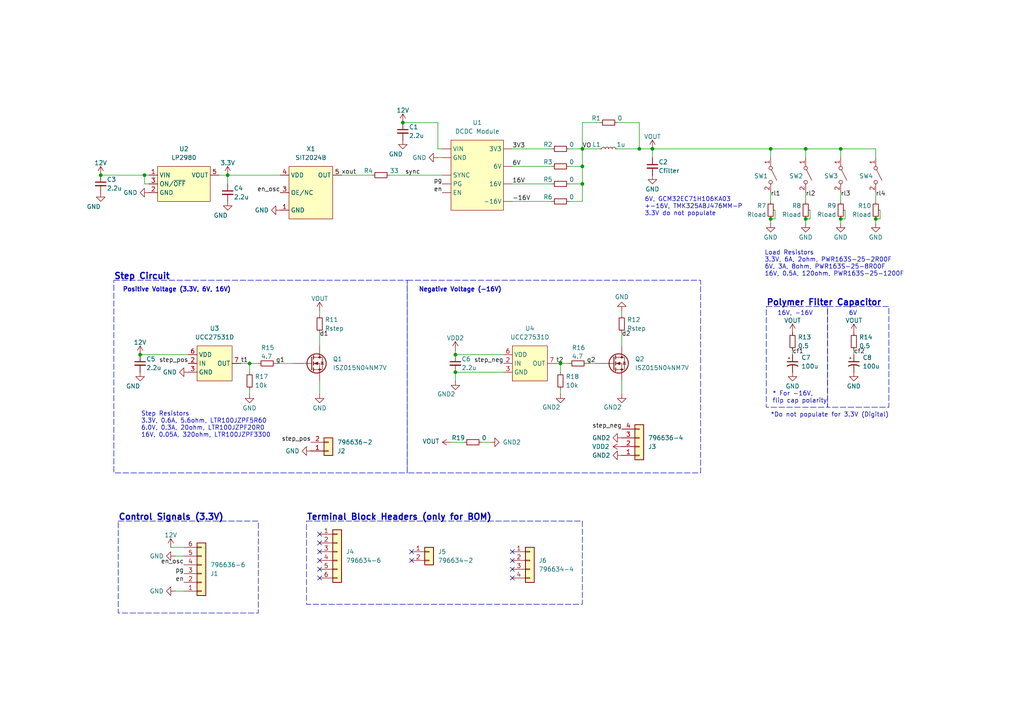
<source format=kicad_sch>
(kicad_sch (version 20250114) (generator "eeschema") (generator_version "9.0")
  (paper "A4")
  (lib_symbols
    (symbol "Connector_Generic:Conn_01x02" (pin_names (offset 1.016) (hide yes))
      (property "Reference" "J" (at 0 2.54 0))
      (property "Value" "Conn_01x02" (at 0 -5.08 0))
      (symbol "Conn_01x02_1_1"
        (rectangle (start -1.27 1.27) (end 1.27 -3.81) (stroke (width 0.254)) (fill (type background)))
        (rectangle (start -1.27 0.127) (end 0 -0.127) (stroke (width 0.1524)))
        (rectangle (start -1.27 -2.413) (end 0 -2.667) (stroke (width 0.1524)))
        (pin passive line (at -5.08 0 0) (length 3.81) (name "Pin_1") (number "1"))
        (pin passive line (at -5.08 -2.54 0) (length 3.81) (name "Pin_2") (number "2"))
      )
    )
    (symbol "Connector_Generic:Conn_01x04" (pin_names (offset 1.016) (hide yes))
      (property "Reference" "J" (at 0 5.08 0))
      (property "Value" "Conn_01x04" (at 0 -7.62 0))
      (symbol "Conn_01x04_1_1"
        (rectangle (start -1.27 3.81) (end 1.27 -6.35) (stroke (width 0.254)) (fill (type background)))
        (rectangle (start -1.27 2.667) (end 0 2.413) (stroke (width 0.1524)))
        (rectangle (start -1.27 0.127) (end 0 -0.127) (stroke (width 0.1524)))
        (rectangle (start -1.27 -2.413) (end 0 -2.667) (stroke (width 0.1524)))
        (rectangle (start -1.27 -4.953) (end 0 -5.207) (stroke (width 0.1524)))
        (pin passive line (at -5.08 2.54 0) (length 3.81) (name "Pin_1") (number "1"))
        (pin passive line (at -5.08 0 0) (length 3.81) (name "Pin_2") (number "2"))
        (pin passive line (at -5.08 -2.54 0) (length 3.81) (name "Pin_3") (number "3"))
        (pin passive line (at -5.08 -5.08 0) (length 3.81) (name "Pin_4") (number "4"))
      )
    )
    (symbol "Connector_Generic:Conn_01x06" (pin_names (offset 1.016) (hide yes))
      (property "Reference" "J" (at 0 7.62 0))
      (property "Value" "Conn_01x06" (at 0 -10.16 0))
      (symbol "Conn_01x06_1_1"
        (rectangle (start -1.27 6.35) (end 1.27 -8.89) (stroke (width 0.254)) (fill (type background)))
        (rectangle (start -1.27 5.207) (end 0 4.953) (stroke (width 0.1524)))
        (rectangle (start -1.27 2.667) (end 0 2.413) (stroke (width 0.1524)))
        (rectangle (start -1.27 0.127) (end 0 -0.127) (stroke (width 0.1524)))
        (rectangle (start -1.27 -2.413) (end 0 -2.667) (stroke (width 0.1524)))
        (rectangle (start -1.27 -4.953) (end 0 -5.207) (stroke (width 0.1524)))
        (rectangle (start -1.27 -7.493) (end 0 -7.747) (stroke (width 0.1524)))
        (pin passive line (at -5.08 5.08 0) (length 3.81) (name "Pin_1") (number "1"))
        (pin passive line (at -5.08 2.54 0) (length 3.81) (name "Pin_2") (number "2"))
        (pin passive line (at -5.08 0 0) (length 3.81) (name "Pin_3") (number "3"))
        (pin passive line (at -5.08 -2.54 0) (length 3.81) (name "Pin_4") (number "4"))
        (pin passive line (at -5.08 -5.08 0) (length 3.81) (name "Pin_5") (number "5"))
        (pin passive line (at -5.08 -7.62 0) (length 3.81) (name "Pin_6") (number "6"))
      )
    )
    (symbol "Device:C_Polarized_Small_US" (pin_numbers (hide yes)) (pin_names (offset 0.254) (hide yes))
      (property "Reference" "C" (at 0.254 1.778 0))
      (property "Value" "C_Polarized_Small_US" (at 0.254 -2.032 0))
      (symbol "C_Polarized_Small_US_0_1"
        (polyline (pts (xy -1.524 0.508) (xy 1.524 0.508)) (stroke (width 0.3048)))
        (polyline (pts (xy -1.27 1.524) (xy -0.762 1.524)))
        (polyline (pts (xy -1.016 1.27) (xy -1.016 1.778)))
        (arc (start -1.524 -0.762) (mid 0 -0.3734) (end 1.524 -0.762) (stroke (width 0.3048)))
      )
      (symbol "C_Polarized_Small_US_1_1"
        (pin passive line (at 0 2.54 270) (length 2.032) (name "~") (number "1"))
        (pin passive line (at 0 -2.54 90) (length 2.032) (name "~") (number "2"))
      )
    )
    (symbol "Device:C_Small" (pin_numbers (hide yes)) (pin_names (offset 0.254) (hide yes))
      (property "Reference" "C" (at 0.254 1.778 0))
      (property "Value" "C_Small" (at 0.254 -2.032 0))
      (symbol "C_Small_0_1"
        (polyline (pts (xy -1.524 0.508) (xy 1.524 0.508)) (stroke (width 0.3048)))
        (polyline (pts (xy -1.524 -0.508) (xy 1.524 -0.508)) (stroke (width 0.3302)))
      )
      (symbol "C_Small_1_1"
        (pin passive line (at 0 2.54 270) (length 2.032) (name "~") (number "1"))
        (pin passive line (at 0 -2.54 90) (length 2.032) (name "~") (number "2"))
      )
    )
    (symbol "Device:L_Small" (pin_numbers (hide yes)) (pin_names (offset 0.254) (hide yes))
      (property "Reference" "L" (at 0.762 1.016 0))
      (property "Value" "L_Small" (at 0.762 -1.016 0))
      (symbol "L_Small_0_1"
        (arc (start 0 2.032) (mid 0.5058 1.524) (end 0 1.016))
        (arc (start 0 1.016) (mid 0.5058 0.508) (end 0 0))
        (arc (start 0 0) (mid 0.5058 -0.508) (end 0 -1.016))
        (arc (start 0 -1.016) (mid 0.5058 -1.524) (end 0 -2.032))
      )
      (symbol "L_Small_1_1"
        (pin passive line (at 0 2.54 270) (length 0.508) (name "~") (number "1"))
        (pin passive line (at 0 -2.54 90) (length 0.508) (name "~") (number "2"))
      )
    )
    (symbol "Device:Q_NMOS" (pin_numbers (hide yes)) (pin_names (offset 0) (hide yes))
      (property "Reference" "Q" (at 5.08 1.27 0))
      (property "Value" "Q_NMOS" (at 5.08 -1.27 0))
      (symbol "Q_NMOS_0_1"
        (polyline (pts (xy 0.254 1.905) (xy 0.254 -1.905)) (stroke (width 0.254)))
        (polyline (pts (xy 0.254 0) (xy -2.54 0)))
        (polyline (pts (xy 0.762 2.286) (xy 0.762 1.27)) (stroke (width 0.254)))
        (polyline (pts (xy 0.762 0.508) (xy 0.762 -0.508)) (stroke (width 0.254)))
        (polyline (pts (xy 0.762 -1.27) (xy 0.762 -2.286)) (stroke (width 0.254)))
        (polyline (pts (xy 0.762 -1.778) (xy 3.302 -1.778) (xy 3.302 1.778) (xy 0.762 1.778)))
        (polyline (pts (xy 1.016 0) (xy 2.032 0.381) (xy 2.032 -0.381) (xy 1.016 0)) (fill (type outline)))
        (circle (center 1.651 0) (radius 2.794) (stroke (width 0.254)))
        (polyline (pts (xy 2.54 2.54) (xy 2.54 1.778)))
        (circle (center 2.54 1.778) (radius 0.254) (fill (type outline)))
        (circle (center 2.54 -1.778) (radius 0.254) (fill (type outline)))
        (polyline (pts (xy 2.54 -2.54) (xy 2.54 0) (xy 0.762 0)))
        (polyline (pts (xy 2.921 0.381) (xy 3.683 0.381)))
        (polyline (pts (xy 3.302 0.381) (xy 2.921 -0.254) (xy 3.683 -0.254) (xy 3.302 0.381)))
      )
      (symbol "Q_NMOS_1_1"
        (pin input line (at -5.08 0 0) (length 2.54) (name "G") (number "G"))
        (pin passive line (at 2.54 5.08 270) (length 2.54) (name "D") (number "D"))
        (pin passive line (at 2.54 -5.08 90) (length 2.54) (name "S") (number "S"))
      )
    )
    (symbol "Device:R_Small" (pin_numbers (hide yes)) (pin_names (offset 0.254) (hide yes))
      (property "Reference" "R" (at 0 0 90))
      (property "Value" "R_Small" (at 1.778 0 90))
      (symbol "R_Small_0_1"
        (rectangle (start -0.762 1.778) (end 0.762 -1.778) (stroke (width 0.2032)))
      )
      (symbol "R_Small_1_1"
        (pin passive line (at 0 2.54 270) (length 0.762) (name "~") (number "1"))
        (pin passive line (at 0 -2.54 90) (length 0.762) (name "~") (number "2"))
      )
    )
    (symbol "Switch:SW_SPST" (pin_names (offset 0) (hide yes))
      (property "Reference" "SW" (at 0 3.175 0))
      (property "Value" "SW_SPST" (at 0 -2.54 0))
      (symbol "SW_SPST_0_0"
        (circle (center -2.032 0) (radius 0.508))
        (polyline (pts (xy -1.524 0.254) (xy 1.524 1.778)))
        (circle (center 2.032 0) (radius 0.508))
      )
      (symbol "SW_SPST_1_1"
        (pin passive line (at -5.08 0 0) (length 2.54) (name "A") (number "1"))
        (pin passive line (at 5.08 0 180) (length 2.54) (name "B") (number "2"))
      )
    )
    (symbol "lib:DCDC_module" (pin_numbers (hide yes))
      (property "Reference" "U?" (at -0.762 -11.938 0))
      (symbol "DCDC_module_1_1"
        (rectangle (start -7.62 10.16) (end 7.62 -10.16) (fill (type background)))
        (pin power_in line (at -10.16 7.62 0) (length 2.54) (name "VIN") (number "vin"))
        (pin power_in line (at -10.16 5.08 0) (length 2.54) (name "GND") (number "gnd"))
        (pin input line (at -10.16 0 0) (length 2.54) (name "SYNC") (number "sync"))
        (pin open_collector line (at -10.16 -2.54 0) (length 2.54) (name "PG") (number "pg"))
        (pin output line (at -10.16 -5.08 0) (length 2.54) (name "EN") (number "en"))
        (pin power_out line (at 10.16 7.62 180) (length 2.54) (name "3V3") (number "3v3"))
        (pin power_out line (at 10.16 2.54 180) (length 2.54) (name "6V") (number "6v"))
        (pin power_out line (at 10.16 -2.54 180) (length 2.54) (name "16V") (number "16v"))
        (pin power_out line (at 10.16 -7.62 180) (length 2.54) (name "-16V") (number "-16v"))
      )
    )
    (symbol "lib:LP2980"
      (property "Reference" "U" (at 0 10.16 0))
      (property "Value" "LP2980" (at 0 7.62 0))
      (symbol "LP2980_1_1"
        (rectangle (start -7.62 5.08) (end 7.62 -5.08) (fill (type background)))
        (pin power_in line (at -10.16 2.54 0) (length 2.54) (name "VIN") (number "1"))
        (pin input line (at -10.16 0 0) (length 2.54) (name "ON/~{OFF}") (number "3"))
        (pin power_in line (at -10.16 -2.54 0) (length 2.54) (name "GND") (number "2"))
        (pin no_connect line (at -8.89 16.51 180) (length 2.54) (hide yes) (name "ADJ") (number "4"))
        (pin power_out line (at 10.16 2.54 180) (length 2.54) (name "VOUT") (number "5"))
      )
    )
    (symbol "lib:PWR163" (pin_numbers (hide yes))
      (property "Reference" "R" (at -2.286 -0.254 0))
      (symbol "PWR163_0_1"
        (rectangle (start -0.762 1.778) (end 0.762 -1.778) (stroke (width 0.2032)))
      )
      (symbol "PWR163_1_1"
        (pin passive line (at 0 2.54 270) (length 0.762) (name "~") (number "1"))
        (pin passive line (at 0 -2.54 90) (length 0.762) (name "~") (number "2"))
        (pin passive line (at 1.27 0 180) (length 0.508) (name "~") (number "3"))
      )
    )
    (symbol "lib:SiT2024B"
      (property "Reference" "X" (at -0.254 -9.144 0))
      (symbol "SiT2024B_1_1"
        (rectangle (start -6.35 7.62) (end 6.35 -7.62) (fill (type background)))
        (pin power_in line (at -8.89 5.08 0) (length 2.54) (name "VDD") (number "4"))
        (pin input line (at -8.89 0 0) (length 2.54) (name "OE/NC") (number "3"))
        (pin power_in line (at -8.89 -5.08 0) (length 2.54) (name "GND") (number "1"))
        (pin no_connect line (at -2.54 7.62 0) (length 2.54) (hide yes) (name "NC") (number "2"))
        (pin output line (at 8.89 5.08 180) (length 2.54) (name "OUT") (number "5"))
      )
    )
    (symbol "lib:UCC27531D"
      (property "Reference" "U?" (at -1.016 -6.604 0))
      (property "Value" "UCC27531D" (at -0.254 -9.398 0))
      (symbol "UCC27531D_1_1"
        (rectangle (start -5.08 5.08) (end 5.08 -5.08) (fill (type background)))
        (pin power_in line (at -7.62 2.54 0) (length 2.54) (name "VDD") (number "6"))
        (pin input line (at -7.62 0 0) (length 2.54) (name "IN") (number "2"))
        (pin power_in line (at -7.62 -2.54 0) (length 2.54) (name "GND") (number "3"))
        (pin no_connect line (at 6.35 19.05 180) (length 2.54) (hide yes) (name "NC") (number "1"))
        (pin no_connect line (at 6.35 16.51 180) (length 2.54) (hide yes) (name "NC") (number "4"))
        (pin no_connect line (at 6.35 13.97 180) (length 2.54) (hide yes) (name "NC") (number "5"))
        (pin no_connect line (at 6.35 11.43 180) (length 2.54) (hide yes) (name "NC") (number "8"))
        (pin output line (at 7.62 0 180) (length 2.54) (name "OUT") (number "7"))
      )
    )
    (symbol "power:+12V" (power) (pin_numbers (hide yes)) (pin_names (offset 0) (hide yes))
      (property "Value" "+12V" (at 0 3.556 0))
      (symbol "+12V_0_1"
        (polyline (pts (xy -0.762 1.27) (xy 0 2.54)))
        (polyline (pts (xy 0 2.54) (xy 0.762 1.27)))
        (polyline (pts (xy 0 0) (xy 0 2.54)))
      )
      (symbol "+12V_1_1"
        (pin power_in line (at 0 0 90) (length 0) (name "~") (number "1"))
      )
    )
    (symbol "power:GND" (power) (pin_numbers (hide yes)) (pin_names (offset 0) (hide yes))
      (property "Value" "GND" (at 0 -3.81 0))
      (symbol "GND_0_1"
        (polyline (pts (xy 0 0) (xy 0 -1.27) (xy 1.27 -1.27) (xy 0 -2.54) (xy -1.27 -1.27) (xy 0 -1.27)))
      )
      (symbol "GND_1_1"
        (pin power_in line (at 0 0 270) (length 0) (name "~") (number "1"))
      )
    )
  )
  (rectangle (start 88.9 151.13) (end 168.91 175.26) (stroke (width 0) (type dash)))
  (rectangle (start 240.03 88.9) (end 257.81 118.11) (stroke (width 0) (type dash)))
  (rectangle (start 118.11 81.28) (end 203.2 137.16) (stroke (width 0) (type dash)))
  (rectangle (start 33.02 81.28) (end 118.11 137.16) (stroke (width 0) (type dash)))
  (rectangle (start 34.29 151.13) (end 74.93 177.8) (stroke (width 0) (type dash)))
  (rectangle (start 222.25 88.9) (end 240.03 118.11) (stroke (width 0) (type dash)))
  (text "Load Resistors\n3.3V, 6A, 2ohm, PWR163S-25-2R00F\n6V, 3A, 8ohm, PWR163S-25-8R00F\n16V, 0.5A, 120ohm, PWR163S-25-1200F" (at 221.742 76.454 0) (effects (font (size 1.27 1.27)) (justify left)))
  (text "*Do not populate for 3.3V (Digital)" (at 223.52 120.396 0) (effects (font (size 1.27 1.27)) (justify left)))
  (text "* For -16V,\nflip cap polarity" (at 224.028 115.316 0) (effects (font (size 1.27 1.27)) (justify left)))
  (text "Control Signals (3.3V)" (at 34.29 151.13 0) (effects (font (size 1.778 1.778) (thickness 0.3556) (bold yes)) (justify left bottom)))
  (text "Positive Voltage (3.3V, 6V, 16V)" (at 35.56 84.074 0) (effects (font (size 1.27 1.27) (thickness 0.254) (bold yes)) (justify left)))
  (text "Negative Voltage (-16V)" (at 121.412 84.074 0) (effects (font (size 1.27 1.27) (thickness 0.254) (bold yes)) (justify left)))
  (text "Polymer Filter Capacitor" (at 222.25 88.9 0) (effects (font (size 1.778 1.778) (thickness 0.3556) (bold yes)) (justify left bottom)))
  (text "Terminal Block Headers (only for BOM)" (at 88.9 151.13 0) (effects (font (size 1.778 1.778) (thickness 0.3556) (bold yes)) (justify left bottom)))
  (text "6V" (at 247.396 90.932 0) (effects (font (size 1.27 1.27))))
  (text "Step Circuit" (at 33.02 81.28 0) (effects (font (size 1.778 1.778) (thickness 0.3556) (bold yes)) (justify left bottom)))
  (text "Step Resistors\n3.3V, 0.6A, 5.6ohm, LTR100JZPF5R60\n6.0V, 0.3A, 20ohm, LTR100JZPF20R0\n16V, 0.05A, 320ohm, LTR100JZPF3300" (at 40.894 123.19 0) (effects (font (size 1.27 1.27)) (justify left)))
  (text "16V, -16V" (at 230.632 90.932 0) (effects (font (size 1.27 1.27))))
  (text "6V, GCM32EC71H106KA03\n+-16V, TMK325ABJ476MM-P\n3.3V do not populate" (at 186.944 59.944 0) (effects (font (size 1.27 1.27)) (justify left)))
  (junction (at 162.56 105.41))
  (junction (at 168.91 53.34))
  (junction (at 132.08 102.87))
  (junction (at 66.04 50.8))
  (junction (at 223.52 63.5))
  (junction (at 243.84 43.18))
  (junction (at 254 63.5))
  (junction (at 116.84 35.56))
  (junction (at 189.23 43.18))
  (junction (at 41.91 50.8))
  (junction (at 233.68 63.5))
  (junction (at 29.21 50.8))
  (junction (at 72.39 105.41))
  (junction (at 168.91 43.18))
  (junction (at 233.68 43.18))
  (junction (at 223.52 43.18))
  (junction (at 132.08 107.95))
  (junction (at 185.42 43.18))
  (junction (at 243.84 63.5))
  (junction (at 40.64 102.87))
  (junction (at 168.91 48.26))
  (no_connect (at 148.59 165.1))
  (no_connect (at 148.59 167.64))
  (no_connect (at 92.71 167.64))
  (no_connect (at 92.71 160.02))
  (no_connect (at 119.38 162.56))
  (no_connect (at 92.71 162.56))
  (no_connect (at 92.71 157.48))
  (no_connect (at 119.38 160.02))
  (no_connect (at 92.71 154.94))
  (no_connect (at 148.59 160.02))
  (no_connect (at 148.59 162.56))
  (no_connect (at 92.71 165.1))
  (wire (pts (xy 72.39 105.41) (xy 69.85 105.41)))
  (wire (pts (xy 132.08 101.6) (xy 132.08 102.87)))
  (wire (pts (xy 85.09 105.41) (xy 80.01 105.41)))
  (wire (pts (xy 92.71 96.52) (xy 92.71 100.33)))
  (wire (pts (xy 165.1 48.26) (xy 168.91 48.26)))
  (wire (pts (xy 148.59 58.42) (xy 160.02 58.42)))
  (wire (pts (xy 254 64.77) (xy 254 63.5)))
  (wire (pts (xy 148.59 43.18) (xy 160.02 43.18)))
  (wire (pts (xy 132.08 107.95) (xy 146.05 107.95)))
  (wire (pts (xy 185.42 43.18) (xy 189.23 43.18)))
  (wire (pts (xy 254 55.88) (xy 254 58.42)))
  (wire (pts (xy 223.52 43.18) (xy 223.52 45.72)))
  (wire (pts (xy 243.84 43.18) (xy 233.68 43.18)))
  (wire (pts (xy 254 45.72) (xy 254 43.18)))
  (wire (pts (xy 40.64 102.87) (xy 54.61 102.87)))
  (wire (pts (xy 99.06 50.8) (xy 107.95 50.8)))
  (wire (pts (xy 254 63.5) (xy 255.27 63.5)))
  (wire (pts (xy 43.18 53.34) (xy 41.91 53.34)))
  (wire (pts (xy 255.27 60.96) (xy 255.27 63.5)))
  (wire (pts (xy 29.21 50.8) (xy 41.91 50.8)))
  (wire (pts (xy 234.95 60.96) (xy 234.95 63.5)))
  (wire (pts (xy 168.91 43.18) (xy 173.99 43.18)))
  (wire (pts (xy 185.42 35.56) (xy 185.42 43.18)))
  (wire (pts (xy 179.07 35.56) (xy 185.42 35.56)))
  (wire (pts (xy 148.59 53.34) (xy 160.02 53.34)))
  (wire (pts (xy 189.23 45.72) (xy 189.23 43.18)))
  (wire (pts (xy 130.81 128.27) (xy 134.62 128.27)))
  (wire (pts (xy 142.24 128.27) (xy 139.7 128.27)))
  (wire (pts (xy 132.08 110.49) (xy 132.08 107.95)))
  (wire (pts (xy 50.8 161.29) (xy 53.34 161.29)))
  (wire (pts (xy 66.04 50.8) (xy 66.04 53.34)))
  (wire (pts (xy 180.34 110.49) (xy 180.34 114.3)))
  (wire (pts (xy 233.68 43.18) (xy 223.52 43.18)))
  (wire (pts (xy 162.56 107.95) (xy 162.56 105.41)))
  (wire (pts (xy 127 45.72) (xy 128.27 45.72)))
  (wire (pts (xy 254 43.18) (xy 243.84 43.18)))
  (wire (pts (xy 179.07 43.18) (xy 185.42 43.18)))
  (wire (pts (xy 233.68 55.88) (xy 233.68 58.42)))
  (wire (pts (xy 224.79 60.96) (xy 224.79 63.5)))
  (wire (pts (xy 72.39 114.3) (xy 72.39 113.03)))
  (wire (pts (xy 92.71 110.49) (xy 92.71 114.3)))
  (wire (pts (xy 229.87 102.87) (xy 229.87 101.6)))
  (wire (pts (xy 161.29 105.41) (xy 162.56 105.41)))
  (wire (pts (xy 223.52 55.88) (xy 223.52 58.42)))
  (wire (pts (xy 50.8 171.45) (xy 53.34 171.45)))
  (wire (pts (xy 233.68 64.77) (xy 233.68 63.5)))
  (wire (pts (xy 180.34 96.52) (xy 180.34 100.33)))
  (wire (pts (xy 247.65 102.87) (xy 247.65 101.6)))
  (wire (pts (xy 168.91 48.26) (xy 168.91 53.34)))
  (wire (pts (xy 223.52 64.77) (xy 223.52 63.5)))
  (wire (pts (xy 165.1 53.34) (xy 168.91 53.34)))
  (wire (pts (xy 165.1 43.18) (xy 168.91 43.18)))
  (wire (pts (xy 66.04 50.8) (xy 81.28 50.8)))
  (wire (pts (xy 72.39 105.41) (xy 74.93 105.41)))
  (wire (pts (xy 72.39 107.95) (xy 72.39 105.41)))
  (wire (pts (xy 223.52 63.5) (xy 224.79 63.5)))
  (wire (pts (xy 113.03 50.8) (xy 128.27 50.8)))
  (wire (pts (xy 173.99 35.56) (xy 168.91 35.56)))
  (wire (pts (xy 168.91 43.18) (xy 168.91 48.26)))
  (wire (pts (xy 63.5 50.8) (xy 66.04 50.8)))
  (wire (pts (xy 148.59 48.26) (xy 160.02 48.26)))
  (wire (pts (xy 170.18 105.41) (xy 172.72 105.41)))
  (wire (pts (xy 127 35.56) (xy 127 43.18)))
  (wire (pts (xy 168.91 58.42) (xy 168.91 53.34)))
  (wire (pts (xy 243.84 64.77) (xy 243.84 63.5)))
  (wire (pts (xy 41.91 53.34) (xy 41.91 50.8)))
  (wire (pts (xy 243.84 55.88) (xy 243.84 58.42)))
  (wire (pts (xy 49.53 158.75) (xy 53.34 158.75)))
  (wire (pts (xy 92.71 90.17) (xy 92.71 91.44)))
  (wire (pts (xy 165.1 105.41) (xy 162.56 105.41)))
  (wire (pts (xy 41.91 50.8) (xy 43.18 50.8)))
  (wire (pts (xy 233.68 63.5) (xy 234.95 63.5)))
  (wire (pts (xy 116.84 35.56) (xy 127 35.56)))
  (wire (pts (xy 245.11 60.96) (xy 245.11 63.5)))
  (wire (pts (xy 162.56 114.3) (xy 162.56 113.03)))
  (wire (pts (xy 132.08 102.87) (xy 146.05 102.87)))
  (wire (pts (xy 189.23 43.18) (xy 223.52 43.18)))
  (wire (pts (xy 165.1 58.42) (xy 168.91 58.42)))
  (wire (pts (xy 127 43.18) (xy 128.27 43.18)))
  (wire (pts (xy 243.84 63.5) (xy 245.11 63.5)))
  (wire (pts (xy 168.91 35.56) (xy 168.91 43.18)))
  (wire (pts (xy 233.68 43.18) (xy 233.68 45.72)))
  (wire (pts (xy 243.84 43.18) (xy 243.84 45.72)))
  (wire (pts (xy 180.34 90.17) (xy 180.34 91.44)))
  (label "pg" (at 53.34 166.37 180))
  (label "-16V" (at 148.59 58.42 0))
  (label "step_pos" (at 54.61 105.41 180))
  (label "3V3" (at 148.59 43.18 0))
  (label "rl3" (at 243.84 57.15 0))
  (label "d1" (at 92.71 97.79 0))
  (label "en" (at 53.34 168.91 180))
  (label "cf1" (at 229.87 102.87 0))
  (label "g1" (at 80.01 105.41 0))
  (label "step_neg" (at 180.34 124.46 180))
  (label "step_pos" (at 90.17 128.27 180))
  (label "en_osc" (at 53.34 163.83 180))
  (label "sync" (at 121.92 50.8 180))
  (label "t1" (at 69.85 105.41 0))
  (label "16V" (at 148.59 53.34 0))
  (label "xout" (at 99.06 50.8 0))
  (label "en_osc" (at 81.28 55.88 180))
  (label "rl2" (at 233.68 57.15 0))
  (label "cf2" (at 247.65 102.87 0))
  (label "t2" (at 161.29 105.41 0))
  (label "rl1" (at 223.52 57.15 0))
  (label "step_neg" (at 146.05 105.41 180))
  (label "d2" (at 180.34 97.79 0))
  (label "rl4" (at 254 57.15 0))
  (label "pg" (at 128.27 53.34 180))
  (label "en" (at 128.27 55.88 180))
  (label "6V" (at 148.59 48.26 0))
  (label "g2" (at 170.18 105.41 0))
  (label "VO" (at 168.91 43.18 0))
  (symbol (lib_id "Device:R_Small") (at 167.64 105.41 90) (unit 1)
    (property "Reference" "R16" (at 165.862 100.838 90) (effects (justify right)))
    (property "Value" "4.7" (at 165.862 103.378 90) (effects (justify right)))
    (property "Footprint" "Resistor_SMD:R_0603_1608Metric" (effects (hide yes)))
    (property "Description" "4.7 Ohms ±1% 0.333W, 1/3W Chip Resistor 0603 (1608 Metric) Automotive AEC-Q200, Pulse Withstanding Thick Film" (effects (hide yes)))
    (property "M" "Vishay" (effects (hide yes)))
    (property "MPN" "CRCW06034R70FKEAHP" (effects (hide yes)))
  )
  (symbol (lib_id "Connector_Generic:Conn_01x04") (at 153.67 162.56 0) (unit 1) (on_board no)
    (property "Reference" "J6" (at 156.21 162.5599 0) (effects (justify left)))
    (property "Value" "796634-4" (at 156.21 165.0999 0) (effects (justify left)))
    (property "Footprint" "lib:CON4_P5MM_VER_TERM-BLK_TYC" (effects (hide yes)))
    (property "Description" "4 Position Terminal Block Header, Male Pins, Shrouded (4 Side) 0.200\" (5.08mm) Vertical Through Hole" (effects (hide yes)))
    (property "M" "TE" (effects (hide yes)))
    (property "MPN" "796634-4" (effects (hide yes)))
  )
  (symbol (lib_id "power:GND") (at 50.8 161.29 270) (unit 1)
    (property "Reference" "#PWR034" (effects (hide yes)))
    (property "Value" "GND" (at 47.498 161.29 90) (effects (justify right)))
    (property "Description" "Power symbol creates a global label with name \"GND\" , ground" (effects (hide yes)))
  )
  (symbol (lib_id "power:GND") (at 40.64 107.95 0) (unit 1)
    (property "Reference" "#PWR022" (effects (hide yes)))
    (property "Value" "GND" (at 40.64 112.014 0) (effects (justify right)))
    (property "Description" "Power symbol creates a global label with name \"GND\" , ground" (effects (hide yes)))
  )
  (symbol (lib_id "Device:R_Small") (at 162.56 110.49 0) (unit 1)
    (property "Reference" "R18" (at 164.084 109.22 0) (effects (justify left)))
    (property "Value" "10k" (at 164.084 111.76 0) (effects (justify left)))
    (property "Footprint" "Resistor_SMD:R_0603_1608Metric" (effects (hide yes)))
    (property "Description" "10 kOhms ±1% 0.333W, 1/3W Chip Resistor 0603 (1608 Metric) Automotive AEC-Q200, Pulse Withstanding Thick Film" (effects (hide yes)))
    (property "M" "Vishay" (effects (hide yes)))
    (property "MPN" "CRCW060310K0FKEAHP" (effects (hide yes)))
  )
  (symbol (lib_id "power:GND") (at 127 45.72 270) (unit 1)
    (property "Reference" "#PWR04" (effects (hide yes)))
    (property "Value" "GND" (at 123.698 45.72 90) (effects (justify right)))
    (property "Description" "Power symbol creates a global label with name \"GND\" , ground" (effects (hide yes)))
  )
  (symbol (lib_id "power:GND") (at 142.24 128.27 90) (unit 1)
    (property "Reference" "#PWR032" (effects (hide yes)))
    (property "Value" "GND2" (at 145.796 128.27 90) (effects (justify right)))
    (property "Description" "Power symbol creates a global label with name \"GND\" , ground" (effects (hide yes)))
  )
  (symbol (lib_id "Device:R_Small") (at 137.16 128.27 90) (unit 1)
    (property "Reference" "R19" (at 134.874 127 90) (effects (justify left)))
    (property "Value" "0" (at 139.7 127 90) (effects (justify right)))
    (property "Footprint" "Resistor_SMD:R_2512_6332Metric" (effects (hide yes)))
    (property "Description" "0 Ohms Jumper Chip Resistor 2512 (6332 Metric) Metal Element" (effects (hide yes)))
    (property "M" "Vishay" (effects (hide yes)))
    (property "MPN" "WSL251200000ZEA9" (effects (hide yes)))
  )
  (symbol (lib_id "power:+12V") (at 29.21 50.8 0) (unit 1)
    (property "Reference" "#PWR05" (effects (hide yes)))
    (property "Value" "12V" (at 29.21 47.244 0))
    (property "Description" "Power symbol creates a global label with name \"+12V\"" (effects (hide yes)))
  )
  (symbol (lib_id "power:GND") (at 43.18 55.88 270) (unit 1)
    (property "Reference" "#PWR09" (effects (hide yes)))
    (property "Value" "GND" (at 39.878 55.88 90) (effects (justify right)))
    (property "Description" "Power symbol creates a global label with name \"GND\" , ground" (effects (hide yes)))
  )
  (symbol (lib_id "Device:L_Small") (at 176.53 43.18 90) (unit 1)
    (property "Reference" "L1" (at 174.244 41.91 90) (effects (justify left)))
    (property "Value" "1u" (at 178.816 41.91 90) (effects (justify right)))
    (property "Footprint" "lib:XGL4020" (effects (hide yes)))
    (property "Description" "1 µH Shielded Molded Inductor 12 A 9mOhm Max 1616 (4040 Metric)" (effects (hide yes)))
    (property "M" "Coilcraft" (effects (hide yes)))
    (property "MPN" "XGL4020-102MEC" (effects (hide yes)))
  )
  (symbol (lib_id "Switch:SW_SPST") (at 243.84 50.8 270) (unit 1)
    (property "Reference" "SW3" (at 239.014 51.054 90) (effects (justify left)))
    (property "Value" "SW_SPST" (effects (hide yes)))
    (property "Footprint" "lib:L101" (effects (hide yes)))
    (property "Description" "Single Pole Single Throw (SPST) switch" (effects (hide yes)))
    (property "M" "C&K" (effects (hide yes)))
    (property "MPN" "L101121MS02Q" (effects (hide yes)))
  )
  (symbol (lib_id "Device:R_Small") (at 77.47 105.41 90) (unit 1)
    (property "Reference" "R15" (at 75.692 100.838 90) (effects (justify right)))
    (property "Value" "4.7" (at 75.692 103.378 90) (effects (justify right)))
    (property "Footprint" "Resistor_SMD:R_0603_1608Metric" (effects (hide yes)))
    (property "Description" "4.7 Ohms ±1% 0.333W, 1/3W Chip Resistor 0603 (1608 Metric) Automotive AEC-Q200, Pulse Withstanding Thick Film" (effects (hide yes)))
    (property "M" "Vishay" (effects (hide yes)))
    (property "MPN" "CRCW06034R70FKEAHP" (effects (hide yes)))
  )
  (symbol (lib_id "power:GND") (at 54.61 107.95 270) (unit 1)
    (property "Reference" "#PWR023" (effects (hide yes)))
    (property "Value" "GND" (at 51.308 107.95 90) (effects (justify right)))
    (property "Description" "Power symbol creates a global label with name \"GND\" , ground" (effects (hide yes)))
  )
  (symbol (lib_id "lib:UCC27531D") (at 153.67 105.41 0) (unit 1)
    (property "Reference" "U4" (at 153.67 95.25 0))
    (property "Value" "UCC27531D" (at 153.67 97.79 0))
    (property "Footprint" "Package_SO:SOIC-8_3.9x4.9mm_P1.27mm" (effects (hide yes)))
    (property "Description" "Low-Side Gate Driver IC Non-Inverting 8-SOIC" (effects (hide yes)))
    (property "M" "Texas" (effects (hide yes)))
    (property "MPN" "UCC27531D" (effects (hide yes)))
  )
  (symbol (lib_id "Device:R_Small") (at 180.34 93.98 0) (unit 1)
    (property "Reference" "R12" (at 181.864 92.71 0) (effects (justify left)))
    (property "Value" "Rstep" (at 181.864 95.25 0) (effects (justify left)))
    (property "Footprint" "Resistor_SMD:R_1225_3264Metric" (effects (hide yes)))
    (property "Description" "LTR100JZ Series" (effects (hide yes)))
    (property "M" "Rohm Semiconductor" (effects (hide yes)))
  )
  (symbol (lib_id "power:GND") (at 132.08 110.49 0) (unit 1)
    (property "Reference" "#PWR026" (effects (hide yes)))
    (property "Value" "GND2" (at 132.08 114.3 0) (effects (justify right)))
    (property "Description" "Power symbol creates a global label with name \"GND\" , ground" (effects (hide yes)))
  )
  (symbol (lib_id "Device:R_Small") (at 162.56 43.18 90) (unit 1)
    (property "Reference" "R2" (at 160.274 41.91 90) (effects (justify left)))
    (property "Value" "0" (at 165.1 41.91 90) (effects (justify right)))
    (property "Footprint" "Resistor_SMD:R_2512_6332Metric" (effects (hide yes)))
    (property "Description" "0 Ohms Jumper Chip Resistor 2512 (6332 Metric) Metal Element" (effects (hide yes)))
    (property "M" "Vishay" (effects (hide yes)))
    (property "MPN" "WSL251200000ZEA9" (effects (hide yes)))
  )
  (symbol (lib_id "power:+12V") (at 116.84 35.56 0) (unit 1)
    (property "Reference" "#PWR01" (effects (hide yes)))
    (property "Value" "12V" (at 116.84 32.004 0))
    (property "Description" "Power symbol creates a global label with name \"+12V\"" (effects (hide yes)))
  )
  (symbol (lib_id "Device:R_Small") (at 92.71 93.98 0) (unit 1)
    (property "Reference" "R11" (at 94.234 92.71 0) (effects (justify left)))
    (property "Value" "Rstep" (at 94.234 95.25 0) (effects (justify left)))
    (property "Footprint" "Resistor_SMD:R_1225_3264Metric" (effects (hide yes)))
    (property "Description" "LTR100JZ Series" (effects (hide yes)))
    (property "M" "Rohm Semiconductor" (effects (hide yes)))
  )
  (symbol (lib_id "power:GND") (at 223.52 64.77 0) (unit 1)
    (property "Reference" "#PWR012" (effects (hide yes)))
    (property "Value" "GND" (at 225.552 68.834 0) (effects (justify right)))
    (property "Description" "Power symbol creates a global label with name \"GND\" , ground" (effects (hide yes)))
  )
  (symbol (lib_id "power:GND") (at 72.39 114.3 0) (unit 1)
    (property "Reference" "#PWR027" (effects (hide yes)))
    (property "Value" "GND" (at 74.422 118.364 0) (effects (justify right)))
    (property "Description" "Power symbol creates a global label with name \"GND\" , ground" (effects (hide yes)))
  )
  (symbol (lib_id "power:GND") (at 180.34 90.17 180) (unit 1)
    (property "Reference" "#PWR017" (effects (hide yes)))
    (property "Value" "GND" (at 178.308 86.106 0) (effects (justify right)))
    (property "Description" "Power symbol creates a global label with name \"GND\" , ground" (effects (hide yes)))
  )
  (symbol (lib_id "Connector_Generic:Conn_01x06") (at 58.42 166.37 0) (mirror x) (unit 1)
    (property "Reference" "J1" (at 60.96 166.3701 0) (effects (justify left)))
    (property "Value" "796636-6" (at 60.96 163.8301 0) (effects (justify left)))
    (property "Footprint" "lib:CON6_P5MM_VER_TERM-BLK_TYC" (effects (hide yes)))
    (property "Description" "6 Position Terminal Block Header, Male Pins, Shrouded (4 Side) 0.200\" (5.08mm) Vertical Through Hole" (effects (hide yes)))
    (property "M" "TE" (effects (hide yes)))
    (property "MPN" "796636-6" (effects (hide yes)))
  )
  (symbol (lib_id "power:GND") (at 81.28 60.96 270) (unit 1)
    (property "Reference" "#PWR011" (effects (hide yes)))
    (property "Value" "GND" (at 77.978 60.96 90) (effects (justify right)))
    (property "Description" "Power symbol creates a global label with name \"GND\" , ground" (effects (hide yes)))
  )
  (symbol (lib_id "Switch:SW_SPST") (at 233.68 50.8 270) (unit 1)
    (property "Reference" "SW2" (at 228.854 51.054 90) (effects (justify left)))
    (property "Value" "SW_SPST" (effects (hide yes)))
    (property "Footprint" "lib:L101" (effects (hide yes)))
    (property "Description" "Single Pole Single Throw (SPST) switch" (effects (hide yes)))
    (property "M" "C&K" (effects (hide yes)))
    (property "MPN" "L101121MS02Q" (effects (hide yes)))
  )
  (symbol (lib_id "Connector_Generic:Conn_01x02") (at 95.25 130.81 0) (mirror x) (unit 1)
    (property "Reference" "J2" (at 97.79 130.8101 0) (effects (justify left)))
    (property "Value" "796636-2" (at 97.79 128.2701 0) (effects (justify left)))
    (property "Footprint" "lib:CON2_P5MM_VER_TERM-BLK_TYC" (effects (hide yes)))
    (property "Description" "2 Position Terminal Block Header, Male Pins, Shrouded (4 Side) 0.200\" (5.08mm) Vertical Through Hole" (effects (hide yes)))
    (property "M" "TE" (effects (hide yes)))
    (property "MPN" "796636-2" (effects (hide yes)))
  )
  (symbol (lib_id "lib:UCC27531D") (at 62.23 105.41 0) (unit 1)
    (property "Reference" "U3" (at 62.23 95.25 0))
    (property "Value" "UCC27531D" (at 62.23 97.79 0))
    (property "Footprint" "Package_SO:SOIC-8_3.9x4.9mm_P1.27mm" (effects (hide yes)))
    (property "Description" "Low-Side Gate Driver IC Non-Inverting 8-SOIC" (effects (hide yes)))
    (property "M" "Texas" (effects (hide yes)))
    (property "MPN" "UCC27531D" (effects (hide yes)))
  )
  (symbol (lib_id "Device:C_Small") (at 189.23 48.26 0) (unit 1)
    (property "Reference" "C2" (at 191.008 46.99 0) (effects (justify left)))
    (property "Value" "Cfilter" (at 191.008 49.53 0) (effects (justify left)))
    (property "Footprint" "Capacitor_SMD:C_1210_3225Metric" (effects (hide yes)))
    (property "Description" "10 uF" (effects (hide yes)))
  )
  (symbol (lib_id "lib:PWR163") (at 223.52 60.96 0) (unit 1)
    (property "Reference" "R7" (at 222.25 59.69 0) (effects (justify right)))
    (property "Value" "Rload" (at 222.25 62.23 0) (effects (justify right)))
    (property "Footprint" "lib:PWR163" (effects (hide yes)))
    (property "M" "Bourns" (effects (hide yes)))
  )
  (symbol (lib_id "lib:PWR163") (at 233.68 60.96 0) (unit 1)
    (property "Reference" "R8" (at 232.41 59.69 0) (effects (justify right)))
    (property "Value" "Rload" (at 232.41 62.23 0) (effects (justify right)))
    (property "Footprint" "lib:PWR163" (effects (hide yes)))
    (property "M" "Bourns" (effects (hide yes)))
  )
  (symbol (lib_id "Device:C_Polarized_Small_US") (at 247.65 105.41 0) (unit 1)
    (property "Reference" "C8" (at 250.19 103.7081 0) (effects (justify left)))
    (property "Value" "100u" (at 250.19 106.2481 0) (effects (justify left)))
    (property "Footprint" "lib:T52xL" (effects (hide yes)))
    (property "Description" "100 µF Molded Tantalum Polymer Capacitor 10 V 2312 (6032 Metric) 25mOhm @ 100kHz" (effects (hide yes)))
    (property "M" "Kemet" (effects (hide yes)))
    (property "MPN" "T520L107M010ATE025" (effects (hide yes)))
  )
  (symbol (lib_id "lib:LP2980") (at 53.34 53.34 0) (unit 1)
    (property "Reference" "U2" (at 53.34 43.18 0))
    (property "Value" "LP2980" (at 53.34 45.72 0))
    (property "Footprint" "Package_TO_SOT_SMD:SOT-23-5" (effects (hide yes)))
    (property "Description" "Linear Voltage Regulator IC Positive Fixed 1 Output 50mA SOT-23-5" (effects (hide yes)))
    (property "M" "Texas" (effects (hide yes)))
    (property "MPN" "LP2980AIM5-3.3/NOPB" (effects (hide yes)))
  )
  (symbol (lib_id "power:GND") (at 189.23 50.8 0) (unit 1)
    (property "Reference" "#PWR07" (effects (hide yes)))
    (property "Value" "GND" (at 191.262 54.864 0) (effects (justify right)))
    (property "Description" "Power symbol creates a global label with name \"GND\" , ground" (effects (hide yes)))
  )
  (symbol (lib_id "power:GND") (at 29.21 55.88 0) (unit 1)
    (property "Reference" "#PWR08" (effects (hide yes)))
    (property "Value" "GND" (at 29.21 59.944 0) (effects (justify right)))
    (property "Description" "Power symbol creates a global label with name \"GND\" , ground" (effects (hide yes)))
  )
  (symbol (lib_id "power:+12V") (at 49.53 158.75 0) (unit 1)
    (property "Reference" "#PWR033" (effects (hide yes)))
    (property "Value" "12V" (at 49.53 155.194 0))
    (property "Description" "Power symbol creates a global label with name \"+12V\"" (effects (hide yes)))
  )
  (symbol (lib_id "power:+12V") (at 130.81 128.27 90) (unit 1)
    (property "Reference" "#PWR031" (effects (hide yes)))
    (property "Value" "VOUT" (at 124.968 128.016 90))
    (property "Description" "Power symbol creates a global label with name \"+12V\"" (effects (hide yes)))
  )
  (symbol (lib_id "power:+12V") (at 92.71 90.17 0) (unit 1)
    (property "Reference" "#PWR016" (effects (hide yes)))
    (property "Value" "VOUT" (at 92.71 86.614 0))
    (property "Description" "Power symbol creates a global label with name \"+12V\"" (effects (hide yes)))
  )
  (symbol (lib_id "lib:PWR163") (at 243.84 60.96 0) (unit 1)
    (property "Reference" "R9" (at 242.57 59.69 0) (effects (justify right)))
    (property "Value" "Rload" (at 242.57 62.23 0) (effects (justify right)))
    (property "Footprint" "lib:PWR163" (effects (hide yes)))
    (property "M" "Bourns" (effects (hide yes)))
  )
  (symbol (lib_id "power:GND") (at 254 64.77 0) (unit 1)
    (property "Reference" "#PWR015" (effects (hide yes)))
    (property "Value" "GND" (at 256.032 68.834 0) (effects (justify right)))
    (property "Description" "Power symbol creates a global label with name \"GND\" , ground" (effects (hide yes)))
  )
  (symbol (lib_id "Device:R_Small") (at 110.49 50.8 90) (unit 1)
    (property "Reference" "R4" (at 108.204 49.53 90) (effects (justify left)))
    (property "Value" "33" (at 113.03 49.53 90) (effects (justify right)))
    (property "Footprint" "Resistor_SMD:R_0603_1608Metric" (effects (hide yes)))
    (property "Description" "33 Ohms ±1% 0.125W, 1/8W Chip Resistor 0603 (1608 Metric) Automotive AEC-Q200 Thick Film" (effects (hide yes)))
    (property "M" "Vishay" (effects (hide yes)))
    (property "MPN" "CRCW060333R0FKEA" (effects (hide yes)))
  )
  (symbol (lib_id "lib:SiT2024B") (at 90.17 55.88 0) (unit 1)
    (property "Reference" "X1" (at 90.17 43.18 0))
    (property "Value" "SIT2024B" (at 90.17 45.72 0))
    (property "Footprint" "Package_TO_SOT_SMD:SOT-23-5" (effects (hide yes)))
    (property "Description" "2 MHz XO (Standard) LVCMOS, LVTTL Oscillator 3.3V Enable/Disable SC-74A, SOT-753" (effects (hide yes)))
    (property "M" "SiTime" (effects (hide yes)))
    (property "MPN" "SIT2024BM-S1-33E-2.000000" (effects (hide yes)))
  )
  (symbol (lib_id "Device:C_Small") (at 29.21 53.34 0) (unit 1)
    (property "Reference" "C3" (at 30.988 52.07 0) (effects (justify left)))
    (property "Value" "2.2u" (at 30.988 54.61 0) (effects (justify left)))
    (property "Footprint" "Capacitor_SMD:C_0805_2012Metric" (effects (hide yes)))
    (property "Description" "2.2 µF ±10% 50V Ceramic Capacitor X7R 0805 (2012 Metric)" (effects (hide yes)))
    (property "M" "Kemet" (effects (hide yes)))
    (property "MPN" "C0805C225K5RACAUTO" (effects (hide yes)))
  )
  (symbol (lib_id "power:GND") (at 180.34 127 270) (unit 1)
    (property "Reference" "#PWR038" (effects (hide yes)))
    (property "Value" "GND2" (at 177.038 127 90) (effects (justify right)))
    (property "Description" "Power symbol creates a global label with name \"GND\" , ground" (effects (hide yes)))
  )
  (symbol (lib_id "power:GND") (at 233.68 64.77 0) (unit 1)
    (property "Reference" "#PWR013" (effects (hide yes)))
    (property "Value" "GND" (at 235.712 68.834 0) (effects (justify right)))
    (property "Description" "Power symbol creates a global label with name \"GND\" , ground" (effects (hide yes)))
  )
  (symbol (lib_id "Device:C_Small") (at 40.64 105.41 0) (unit 1)
    (property "Reference" "C5" (at 42.418 104.14 0) (effects (justify left)))
    (property "Value" "2.2u" (at 42.418 106.68 0) (effects (justify left)))
    (property "Footprint" "Capacitor_SMD:C_0805_2012Metric" (effects (hide yes)))
    (property "Description" "2.2 µF ±10% 50V Ceramic Capacitor X7R 0805 (2012 Metric)" (effects (hide yes)))
    (property "M" "Kemet" (effects (hide yes)))
    (property "MPN" "C0805C225K5RACAUTO" (effects (hide yes)))
  )
  (symbol (lib_id "power:GND") (at 229.87 107.95 0) (unit 1)
    (property "Reference" "#PWR024" (effects (hide yes)))
    (property "Value" "GND" (at 231.902 112.014 0) (effects (justify right)))
    (property "Description" "Power symbol creates a global label with name \"GND\" , ground" (effects (hide yes)))
  )
  (symbol (lib_id "Device:R_Small") (at 162.56 53.34 90) (unit 1)
    (property "Reference" "R5" (at 160.274 52.07 90) (effects (justify left)))
    (property "Value" "0" (at 165.1 52.07 90) (effects (justify right)))
    (property "Footprint" "Resistor_SMD:R_2512_6332Metric" (effects (hide yes)))
    (property "Description" "0 Ohms Jumper Chip Resistor 2512 (6332 Metric) Metal Element" (effects (hide yes)))
    (property "M" "Vishay" (effects (hide yes)))
    (property "MPN" "WSL251200000ZEA9" (effects (hide yes)))
  )
  (symbol (lib_id "lib:PWR163") (at 254 60.96 0) (unit 1)
    (property "Reference" "R10" (at 252.73 59.69 0) (effects (justify right)))
    (property "Value" "Rload" (at 252.73 62.23 0) (effects (justify right)))
    (property "Footprint" "lib:PWR163" (effects (hide yes)))
    (property "M" "Bourns" (effects (hide yes)))
  )
  (symbol (lib_id "Device:R_Small") (at 162.56 48.26 90) (unit 1)
    (property "Reference" "R3" (at 160.274 46.99 90) (effects (justify left)))
    (property "Value" "0" (at 165.1 46.99 90) (effects (justify right)))
    (property "Footprint" "Resistor_SMD:R_2512_6332Metric" (effects (hide yes)))
    (property "Description" "0 Ohms Jumper Chip Resistor 2512 (6332 Metric) Metal Element" (effects (hide yes)))
    (property "M" "Vishay" (effects (hide yes)))
    (property "MPN" "WSL251200000ZEA9" (effects (hide yes)))
  )
  (symbol (lib_id "power:+12V") (at 132.08 101.6 0) (unit 1)
    (property "Reference" "#PWR020" (effects (hide yes)))
    (property "Value" "VDD2" (at 132.08 98.044 0))
    (property "Description" "Power symbol creates a global label with name \"+12V\"" (effects (hide yes)))
  )
  (symbol (lib_id "power:+12V") (at 189.23 43.18 0) (unit 1)
    (property "Reference" "#PWR03" (effects (hide yes)))
    (property "Value" "VOUT" (at 189.23 39.624 0))
    (property "Description" "Power symbol creates a global label with name \"+12V\"" (effects (hide yes)))
  )
  (symbol (lib_id "Device:Q_NMOS") (at 90.17 105.41 0) (unit 1)
    (property "Reference" "Q1" (at 96.52 104.1399 0) (effects (justify left)))
    (property "Value" "ISZ015N04NM7V" (at 96.52 106.6799 0) (effects (justify left)))
    (property "Footprint" "lib:TSDSON-8-40" (effects (hide yes)))
    (property "Description" "N-Channel 40 V 32A (Ta), 177A (Tc) 3W (Ta), 94W (Tc) Surface Mount PG-TSDSON-8 FL" (effects (hide yes)))
    (property "M" "Infineon" (effects (hide yes)))
    (property "MPN" "ISZ015N04NM7VATMA1" (effects (hide yes)))
  )
  (symbol (lib_id "Device:R_Small") (at 229.87 99.06 0) (unit 1)
    (property "Reference" "R13" (at 231.394 97.79 0) (effects (justify left)))
    (property "Value" "0.5" (at 231.394 100.33 0) (effects (justify left)))
    (property "Footprint" "Resistor_SMD:R_0603_1608Metric" (effects (hide yes)))
    (property "Description" "500 mOhms ±1% 0.2W, 1/5W Chip Resistor 0603 (1608 Metric) Automotive AEC-Q200, Current Sense, Moisture Resistant Thick Film" (effects (hide yes)))
    (property "M" "Vishay" (effects (hide yes)))
    (property "MPN" "RCWE0603R500FKEA" (effects (hide yes)))
  )
  (symbol (lib_id "Device:C_Small") (at 116.84 38.1 0) (unit 1)
    (property "Reference" "C1" (at 118.618 36.83 0) (effects (justify left)))
    (property "Value" "2.2u" (at 118.618 39.37 0) (effects (justify left)))
    (property "Footprint" "Capacitor_SMD:C_0805_2012Metric" (effects (hide yes)))
    (property "Description" "2.2 µF ±10% 50V Ceramic Capacitor X7R 0805 (2012 Metric)" (effects (hide yes)))
    (property "M" "Kemet" (effects (hide yes)))
    (property "MPN" "C0805C225K5RACAUTO" (effects (hide yes)))
  )
  (symbol (lib_id "power:GND") (at 247.65 107.95 0) (unit 1)
    (property "Reference" "#PWR025" (effects (hide yes)))
    (property "Value" "GND" (at 249.682 112.014 0) (effects (justify right)))
    (property "Description" "Power symbol creates a global label with name \"GND\" , ground" (effects (hide yes)))
  )
  (symbol (lib_id "Switch:SW_SPST") (at 254 50.8 270) (unit 1)
    (property "Reference" "SW4" (at 249.174 51.054 90) (effects (justify left)))
    (property "Value" "SW_SPST" (effects (hide yes)))
    (property "Footprint" "lib:L101" (effects (hide yes)))
    (property "Description" "Single Pole Single Throw (SPST) switch" (effects (hide yes)))
    (property "M" "C&K" (effects (hide yes)))
    (property "MPN" "L101121MS02Q" (effects (hide yes)))
  )
  (symbol (lib_id "power:+12V") (at 229.87 96.52 0) (unit 1)
    (property "Reference" "#PWR018" (effects (hide yes)))
    (property "Value" "VOUT" (at 229.87 92.964 0))
    (property "Description" "Power symbol creates a global label with name \"+12V\"" (effects (hide yes)))
  )
  (symbol (lib_id "Switch:SW_SPST") (at 223.52 50.8 270) (unit 1)
    (property "Reference" "SW1" (at 218.694 51.054 90) (effects (justify left)))
    (property "Value" "SW_SPST" (effects (hide yes)))
    (property "Footprint" "lib:L101" (effects (hide yes)))
    (property "Description" "Single Pole Single Throw (SPST) switch" (effects (hide yes)))
    (property "M" "C&K" (effects (hide yes)))
    (property "MPN" "L101121MS02Q" (effects (hide yes)))
  )
  (symbol (lib_id "Device:Q_NMOS") (at 177.8 105.41 0) (unit 1)
    (property "Reference" "Q2" (at 184.15 104.1399 0) (effects (justify left)))
    (property "Value" "ISZ015N04NM7V" (at 184.15 106.6799 0) (effects (justify left)))
    (property "Footprint" "lib:TSDSON-8-40" (effects (hide yes)))
    (property "Description" "N-Channel 40 V 32A (Ta), 177A (Tc) 3W (Ta), 94W (Tc) Surface Mount PG-TSDSON-8 FL" (effects (hide yes)))
    (property "M" "Infineon" (effects (hide yes)))
    (property "MPN" "ISZ015N04NM7VATMA1" (effects (hide yes)))
  )
  (symbol (lib_id "power:GND") (at 50.8 171.45 270) (unit 1)
    (property "Reference" "#PWR037" (effects (hide yes)))
    (property "Value" "GND" (at 47.498 171.45 90) (effects (justify right)))
    (property "Description" "Power symbol creates a global label with name \"GND\" , ground" (effects (hide yes)))
  )
  (symbol (lib_id "power:+12V") (at 40.64 102.87 0) (unit 1)
    (property "Reference" "#PWR021" (effects (hide yes)))
    (property "Value" "12V" (at 40.64 99.314 0))
    (property "Description" "Power symbol creates a global label with name \"+12V\"" (effects (hide yes)))
  )
  (symbol (lib_id "Connector_Generic:Conn_01x02") (at 124.46 160.02 0) (unit 1) (on_board no)
    (property "Reference" "J5" (at 127 160.0199 0) (effects (justify left)))
    (property "Value" "796634-2" (at 127 162.5599 0) (effects (justify left)))
    (property "Footprint" "lib:CON2_P5MM_VER_TERM-BLK_TYC" (effects (hide yes)))
    (property "Description" "2 Position Terminal Block Header, Male Pins, Shrouded (4 Side) 0.200\" (5.08mm) Vertical Through Hole" (effects (hide yes)))
    (property "M" "TE" (effects (hide yes)))
    (property "MPN" "796634-2" (effects (hide yes)))
  )
  (symbol (lib_id "power:GND") (at 92.71 114.3 0) (unit 1)
    (property "Reference" "#PWR028" (effects (hide yes)))
    (property "Value" "GND" (at 94.742 118.364 0) (effects (justify right)))
    (property "Description" "Power symbol creates a global label with name \"GND\" , ground" (effects (hide yes)))
  )
  (symbol (lib_id "power:+12V") (at 247.65 96.52 0) (unit 1)
    (property "Reference" "#PWR019" (effects (hide yes)))
    (property "Value" "VOUT" (at 247.65 92.964 0))
    (property "Description" "Power symbol creates a global label with name \"+12V\"" (effects (hide yes)))
  )
  (symbol (lib_id "power:GND") (at 66.04 58.42 0) (unit 1)
    (property "Reference" "#PWR010" (effects (hide yes)))
    (property "Value" "GND" (at 66.04 62.484 0) (effects (justify right)))
    (property "Description" "Power symbol creates a global label with name \"GND\" , ground" (effects (hide yes)))
  )
  (symbol (lib_id "power:GND") (at 180.34 132.08 270) (unit 1)
    (property "Reference" "#PWR039" (effects (hide yes)))
    (property "Value" "GND2" (at 177.038 132.08 90) (effects (justify right)))
    (property "Description" "Power symbol creates a global label with name \"GND\" , ground" (effects (hide yes)))
  )
  (symbol (lib_id "Connector_Generic:Conn_01x04") (at 185.42 129.54 0) (mirror x) (unit 1)
    (property "Reference" "J3" (at 187.96 129.5401 0) (effects (justify left)))
    (property "Value" "796636-4" (at 187.96 127.0001 0) (effects (justify left)))
    (property "Footprint" "lib:CON4_P5MM_VER_TERM-BLK_TYC" (effects (hide yes)))
    (property "Description" "4 Position Terminal Block Header, Male Pins, Shrouded (4 Side) 0.200\" (5.08mm) Vertical Through Hole" (effects (hide yes)))
    (property "M" "TE" (effects (hide yes)))
    (property "MPN" "796636-4" (effects (hide yes)))
  )
  (symbol (lib_id "power:GND") (at 243.84 64.77 0) (unit 1)
    (property "Reference" "#PWR014" (effects (hide yes)))
    (property "Value" "GND" (at 245.872 68.834 0) (effects (justify right)))
    (property "Description" "Power symbol creates a global label with name \"GND\" , ground" (effects (hide yes)))
  )
  (symbol (lib_id "power:GND") (at 90.17 130.81 270) (unit 1)
    (property "Reference" "#PWR036" (effects (hide yes)))
    (property "Value" "GND" (at 86.868 130.81 90) (effects (justify right)))
    (property "Description" "Power symbol creates a global label with name \"GND\" , ground" (effects (hide yes)))
  )
  (symbol (lib_id "Connector_Generic:Conn_01x06") (at 97.79 160.02 0) (unit 1) (on_board no)
    (property "Reference" "J4" (at 100.33 160.0199 0) (effects (justify left)))
    (property "Value" "796634-6" (at 100.33 162.5599 0) (effects (justify left)))
    (property "Footprint" "lib:CON6_P5MM_VER_TERM-BLK_TYC" (effects (hide yes)))
    (property "Description" "6 Position Terminal Block Header, Male Pins, Shrouded (4 Side) 0.200\" (5.08mm) Vertical Through Hole" (effects (hide yes)))
    (property "M" "TE" (effects (hide yes)))
    (property "MPN" "796634-6" (effects (hide yes)))
  )
  (symbol (lib_id "Device:R_Small") (at 72.39 110.49 0) (unit 1)
    (property "Reference" "R17" (at 73.914 109.22 0) (effects (justify left)))
    (property "Value" "10k" (at 73.914 111.76 0) (effects (justify left)))
    (property "Footprint" "Resistor_SMD:R_0603_1608Metric" (effects (hide yes)))
    (property "Description" "10 kOhms ±1% 0.333W, 1/3W Chip Resistor 0603 (1608 Metric) Automotive AEC-Q200, Pulse Withstanding Thick Film" (effects (hide yes)))
    (property "M" "Vishay" (effects (hide yes)))
    (property "MPN" "CRCW060310K0FKEAHP" (effects (hide yes)))
  )
  (symbol (lib_id "Device:R_Small") (at 176.53 35.56 90) (unit 1)
    (property "Reference" "R1" (at 174.244 34.29 90) (effects (justify left)))
    (property "Value" "0" (at 179.07 34.29 90) (effects (justify right)))
    (property "Footprint" "Resistor_SMD:R_2512_6332Metric" (effects (hide yes)))
    (property "Description" "0 Ohms Jumper Chip Resistor 2512 (6332 Metric) Metal Element" (effects (hide yes)))
    (property "M" "Vishay" (effects (hide yes)))
    (property "MPN" "WSL251200000ZEA9" (effects (hide yes)))
  )
  (symbol (lib_id "power:GND") (at 180.34 114.3 0) (unit 1)
    (property "Reference" "#PWR030" (effects (hide yes)))
    (property "Value" "GND2" (at 180.34 118.11 0) (effects (justify right)))
    (property "Description" "Power symbol creates a global label with name \"GND\" , ground" (effects (hide yes)))
  )
  (symbol (lib_id "Device:C_Polarized_Small_US") (at 229.87 105.41 0) (unit 1)
    (property "Reference" "C7" (at 232.41 103.7081 0) (effects (justify left)))
    (property "Value" "100u" (at 232.41 106.2481 0) (effects (justify left)))
    (property "Footprint" "lib:T521X" (effects (hide yes)))
    (property "Description" "100 µF Molded Tantalum Polymer Capacitor 25 V 2917 (7343 Metric) 60mOhm @ 100kHz" (effects (hide yes)))
    (property "M" "Kemet" (effects (hide yes)))
    (property "MPN" "T521X107M025ATE060" (effects (hide yes)))
  )
  (symbol (lib_id "lib:DCDC_module") (at 138.43 50.8 0) (unit 1)
    (property "Reference" "U1" (at 138.43 35.56 0))
    (property "Value" "DCDC Module" (at 138.43 38.1 0))
    (property "Footprint" "lib:DCDC_module" (effects (hide yes)))
  )
  (symbol (lib_id "Device:C_Small") (at 132.08 105.41 0) (unit 1)
    (property "Reference" "C6" (at 133.858 104.14 0) (effects (justify left)))
    (property "Value" "2.2u" (at 133.858 106.68 0) (effects (justify left)))
    (property "Footprint" "Capacitor_SMD:C_0805_2012Metric" (effects (hide yes)))
    (property "Description" "2.2 µF ±10% 50V Ceramic Capacitor X7R 0805 (2012 Metric)" (effects (hide yes)))
    (property "M" "Kemet" (effects (hide yes)))
    (property "MPN" "C0805C225K5RACAUTO" (effects (hide yes)))
  )
  (symbol (lib_id "power:+12V") (at 180.34 129.54 90) (unit 1)
    (property "Reference" "#PWR035" (effects (hide yes)))
    (property "Value" "VDD2" (at 174.244 129.54 90))
    (property "Description" "Power symbol creates a global label with name \"+12V\"" (effects (hide yes)))
  )
  (symbol (lib_id "power:GND") (at 116.84 40.64 0) (unit 1)
    (property "Reference" "#PWR02" (effects (hide yes)))
    (property "Value" "GND" (at 116.84 44.704 0) (effects (justify right)))
    (property "Description" "Power symbol creates a global label with name \"GND\" , ground" (effects (hide yes)))
  )
  (symbol (lib_id "power:GND") (at 162.56 114.3 0) (unit 1)
    (property "Reference" "#PWR029" (effects (hide yes)))
    (property "Value" "GND2" (at 162.56 118.11 0) (effects (justify right)))
    (property "Description" "Power symbol creates a global label with name \"GND\" , ground" (effects (hide yes)))
  )
  (symbol (lib_id "Device:R_Small") (at 162.56 58.42 90) (unit 1)
    (property "Reference" "R6" (at 160.274 57.15 90) (effects (justify left)))
    (property "Value" "0" (at 165.1 57.15 90) (effects (justify right)))
    (property "Footprint" "Resistor_SMD:R_2512_6332Metric" (effects (hide yes)))
    (property "Description" "0 Ohms Jumper Chip Resistor 2512 (6332 Metric) Metal Element" (effects (hide yes)))
    (property "M" "Vishay" (effects (hide yes)))
    (property "MPN" "WSL251200000ZEA9" (effects (hide yes)))
  )
  (symbol (lib_id "power:+12V") (at 66.04 50.8 0) (unit 1)
    (property "Reference" "#PWR06" (effects (hide yes)))
    (property "Value" "3.3V" (at 66.04 47.244 0))
    (property "Description" "Power symbol creates a global label with name \"+12V\"" (effects (hide yes)))
  )
  (symbol (lib_id "Device:C_Small") (at 66.04 55.88 0) (unit 1)
    (property "Reference" "C4" (at 67.818 54.61 0) (effects (justify left)))
    (property "Value" "2.2u" (at 67.818 57.15 0) (effects (justify left)))
    (property "Footprint" "Capacitor_SMD:C_0805_2012Metric" (effects (hide yes)))
    (property "Description" "2.2 µF ±10% 50V Ceramic Capacitor X7R 0805 (2012 Metric)" (effects (hide yes)))
    (property "M" "Kemet" (effects (hide yes)))
    (property "MPN" "C0805C225K5RACAUTO" (effects (hide yes)))
  )
  (symbol (lib_id "Device:R_Small") (at 247.65 99.06 0) (unit 1)
    (property "Reference" "R14" (at 249.174 97.79 0) (effects (justify left)))
    (property "Value" "0.5" (at 249.174 100.33 0) (effects (justify left)))
    (property "Footprint" "Resistor_SMD:R_0603_1608Metric" (effects (hide yes)))
    (property "Description" "500 mOhms ±1% 0.2W, 1/5W Chip Resistor 0603 (1608 Metric) Automotive AEC-Q200, Current Sense, Moisture Resistant Thick Film" (effects (hide yes)))
    (property "M" "Vishay" (effects (hide yes)))
    (property "MPN" "RCWE0603R500FKEA" (effects (hide yes)))
  )
)
</source>
